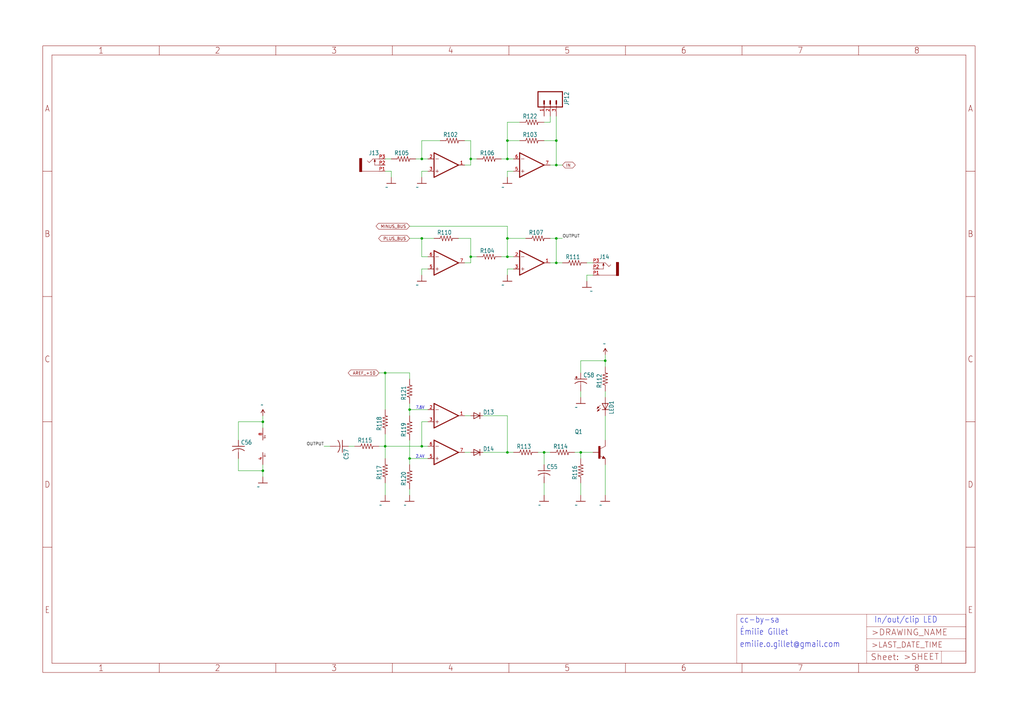
<source format=kicad_sch>
(kicad_sch (version 20211123) (generator eeschema)
  (paper "User" 425.45 299.161)
  (lib_symbols
    (symbol "shelves_v05-eagle-import:-NPN-SOT23-BEC"
      (property "Reference" "T" (at -10.16 7.62 0))
      (property "Value" "-NPN-SOT23-BEC" (at -10.16 5.08 0))
      (symbol "-NPN-SOT23-BEC_1_0"
        (rectangle (start -0.254 -2.54) (end 0.508 2.54) (fill (type outline)))
        (polyline (pts (xy 1.27 -2.54) (xy 1.778 -1.524)) (stroke (width 0.1524)))
        (polyline (pts (xy 1.524 -2.413) (xy 2.286 -2.413)) (stroke (width 0.254)))
        (polyline (pts (xy 1.524 -2.286) (xy 1.905 -2.286)) (stroke (width 0.254)))
        (polyline (pts (xy 1.54 -2.04) (xy 0.308 -1.424)) (stroke (width 0.1524)))
        (polyline (pts (xy 1.778 -1.778) (xy 1.524 -2.286)) (stroke (width 0.254)))
        (polyline (pts (xy 1.778 -1.524) (xy 2.54 -2.54)) (stroke (width 0.1524)))
        (polyline (pts (xy 1.905 -2.286) (xy 1.778 -2.032)) (stroke (width 0.254)))
        (polyline (pts (xy 2.286 -2.413) (xy 1.778 -1.778)) (stroke (width 0.254)))
        (polyline (pts (xy 2.54 -2.54) (xy 1.27 -2.54)) (stroke (width 0.1524)))
        (polyline (pts (xy 2.54 2.54) (xy 0.508 1.524)) (stroke (width 0.1524)))
        (pin passive line (at -2.54 0 0) (length 2.54) (name "B") (number "B"))
        (pin passive line (at 2.54 5.08 270) (length 2.54) (name "C") (number "C"))
        (pin passive line (at 2.54 -5.08 90) (length 2.54) (name "E") (number "E"))
      )
    )
    (symbol "shelves_v05-eagle-import:A3L-LOC"
      (symbol "A3L-LOC_0_0"
        (polyline (pts (xy 0 52.07) (xy 3.81 52.07)))
        (polyline (pts (xy 0 104.14) (xy 3.81 104.14)))
        (polyline (pts (xy 0 156.21) (xy 3.81 156.21)))
        (polyline (pts (xy 0 208.28) (xy 3.81 208.28)))
        (polyline (pts (xy 3.81 3.81) (xy 3.81 256.54)))
        (polyline (pts (xy 48.4188 0) (xy 48.4188 3.81)))
        (polyline (pts (xy 48.4188 256.54) (xy 48.4188 260.35)))
        (polyline (pts (xy 96.8375 0) (xy 96.8375 3.81)))
        (polyline (pts (xy 96.8375 256.54) (xy 96.8375 260.35)))
        (polyline (pts (xy 145.2563 0) (xy 145.2563 3.81)))
        (polyline (pts (xy 145.2563 256.54) (xy 145.2563 260.35)))
        (polyline (pts (xy 193.675 0) (xy 193.675 3.81)))
        (polyline (pts (xy 193.675 256.54) (xy 193.675 260.35)))
        (polyline (pts (xy 242.0938 0) (xy 242.0938 3.81)))
        (polyline (pts (xy 242.0938 256.54) (xy 242.0938 260.35)))
        (polyline (pts (xy 290.5125 0) (xy 290.5125 3.81)))
        (polyline (pts (xy 290.5125 256.54) (xy 290.5125 260.35)))
        (polyline (pts (xy 338.9313 0) (xy 338.9313 3.81)))
        (polyline (pts (xy 338.9313 256.54) (xy 338.9313 260.35)))
        (polyline (pts (xy 383.54 3.81) (xy 3.81 3.81)))
        (polyline (pts (xy 383.54 3.81) (xy 383.54 256.54)))
        (polyline (pts (xy 383.54 52.07) (xy 387.35 52.07)))
        (polyline (pts (xy 383.54 104.14) (xy 387.35 104.14)))
        (polyline (pts (xy 383.54 156.21) (xy 387.35 156.21)))
        (polyline (pts (xy 383.54 208.28) (xy 387.35 208.28)))
        (polyline (pts (xy 383.54 256.54) (xy 3.81 256.54)))
        (polyline (pts (xy 0 0) (xy 387.35 0) (xy 387.35 260.35) (xy 0 260.35) (xy 0 0)))
        (text "1" (at 24.2094 1.905 0) (effects (font (size 2.54 2.286))))
        (text "1" (at 24.2094 258.445 0) (effects (font (size 2.54 2.286))))
        (text "2" (at 72.6281 1.905 0) (effects (font (size 2.54 2.286))))
        (text "2" (at 72.6281 258.445 0) (effects (font (size 2.54 2.286))))
        (text "3" (at 121.0469 1.905 0) (effects (font (size 2.54 2.286))))
        (text "3" (at 121.0469 258.445 0) (effects (font (size 2.54 2.286))))
        (text "4" (at 169.4656 1.905 0) (effects (font (size 2.54 2.286))))
        (text "4" (at 169.4656 258.445 0) (effects (font (size 2.54 2.286))))
        (text "5" (at 217.8844 1.905 0) (effects (font (size 2.54 2.286))))
        (text "5" (at 217.8844 258.445 0) (effects (font (size 2.54 2.286))))
        (text "6" (at 266.3031 1.905 0) (effects (font (size 2.54 2.286))))
        (text "6" (at 266.3031 258.445 0) (effects (font (size 2.54 2.286))))
        (text "7" (at 314.7219 1.905 0) (effects (font (size 2.54 2.286))))
        (text "7" (at 314.7219 258.445 0) (effects (font (size 2.54 2.286))))
        (text "8" (at 363.1406 1.905 0) (effects (font (size 2.54 2.286))))
        (text "8" (at 363.1406 258.445 0) (effects (font (size 2.54 2.286))))
        (text "A" (at 1.905 234.315 0) (effects (font (size 2.54 2.286))))
        (text "A" (at 385.445 234.315 0) (effects (font (size 2.54 2.286))))
        (text "B" (at 1.905 182.245 0) (effects (font (size 2.54 2.286))))
        (text "B" (at 385.445 182.245 0) (effects (font (size 2.54 2.286))))
        (text "C" (at 1.905 130.175 0) (effects (font (size 2.54 2.286))))
        (text "C" (at 385.445 130.175 0) (effects (font (size 2.54 2.286))))
        (text "D" (at 1.905 78.105 0) (effects (font (size 2.54 2.286))))
        (text "D" (at 385.445 78.105 0) (effects (font (size 2.54 2.286))))
        (text "E" (at 1.905 26.035 0) (effects (font (size 2.54 2.286))))
        (text "E" (at 385.445 26.035 0) (effects (font (size 2.54 2.286))))
      )
      (symbol "A3L-LOC_1_0"
        (polyline (pts (xy 288.29 3.81) (xy 288.29 24.13)) (stroke (width 0.1016)))
        (polyline (pts (xy 288.29 3.81) (xy 342.265 3.81)) (stroke (width 0.1016)))
        (polyline (pts (xy 288.29 24.13) (xy 342.265 24.13)) (stroke (width 0.1016)))
        (polyline (pts (xy 342.265 3.81) (xy 373.38 3.81)) (stroke (width 0.1016)))
        (polyline (pts (xy 342.265 8.89) (xy 342.265 3.81)) (stroke (width 0.1016)))
        (polyline (pts (xy 342.265 8.89) (xy 342.265 13.97)) (stroke (width 0.1016)))
        (polyline (pts (xy 342.265 13.97) (xy 342.265 19.05)) (stroke (width 0.1016)))
        (polyline (pts (xy 342.265 13.97) (xy 383.54 13.97)) (stroke (width 0.1016)))
        (polyline (pts (xy 342.265 19.05) (xy 342.265 24.13)) (stroke (width 0.1016)))
        (polyline (pts (xy 342.265 19.05) (xy 383.54 19.05)) (stroke (width 0.1016)))
        (polyline (pts (xy 342.265 24.13) (xy 383.54 24.13)) (stroke (width 0.1016)))
        (polyline (pts (xy 373.38 3.81) (xy 373.38 8.89)) (stroke (width 0.1016)))
        (polyline (pts (xy 373.38 3.81) (xy 383.54 3.81)) (stroke (width 0.1016)))
        (polyline (pts (xy 373.38 8.89) (xy 342.265 8.89)) (stroke (width 0.1016)))
        (polyline (pts (xy 373.38 8.89) (xy 383.54 8.89)) (stroke (width 0.1016)))
        (polyline (pts (xy 383.54 3.81) (xy 383.54 8.89)) (stroke (width 0.1016)))
        (polyline (pts (xy 383.54 8.89) (xy 383.54 13.97)) (stroke (width 0.1016)))
        (polyline (pts (xy 383.54 13.97) (xy 383.54 19.05)) (stroke (width 0.1016)))
        (polyline (pts (xy 383.54 19.05) (xy 383.54 24.13)) (stroke (width 0.1016)))
        (text ">DRAWING_NAME" (at 344.17 15.24 0) (effects (font (size 2.54 2.54)) (justify left bottom)))
        (text ">LAST_DATE_TIME" (at 344.17 10.16 0) (effects (font (size 2.286 2.286)) (justify left bottom)))
        (text ">SHEET" (at 357.505 5.08 0) (effects (font (size 2.54 2.54)) (justify left bottom)))
        (text "Sheet:" (at 343.916 4.953 0) (effects (font (size 2.54 2.54)) (justify left bottom)))
      )
    )
    (symbol "shelves_v05-eagle-import:C-USC0603"
      (property "Reference" "C" (at 1.016 0.635 0))
      (property "Value" "C-USC0603" (at 1.016 -4.191 0))
      (symbol "C-USC0603_1_0"
        (arc (start 0 -1.0161) (mid -1.302 -1.2303) (end -2.4668 -1.8504) (stroke (width 0.254)))
        (polyline (pts (xy -2.54 0) (xy 2.54 0)) (stroke (width 0.254)))
        (polyline (pts (xy 0 -1.016) (xy 0 -2.54)) (stroke (width 0.1524)))
        (arc (start 2.4892 -1.8542) (mid 1.3158 -1.2195) (end 0 -1) (stroke (width 0.254)))
        (pin passive line (at 0 2.54 270) (length 2.54) (name "1") (number "1"))
        (pin passive line (at 0 -5.08 90) (length 2.54) (name "2") (number "2"))
      )
    )
    (symbol "shelves_v05-eagle-import:CPOL-USC"
      (property "Reference" "C" (at 1.016 0.635 0))
      (property "Value" "CPOL-USC" (at 1.016 -4.191 0))
      (symbol "CPOL-USC_1_0"
        (rectangle (start -2.253 0.668) (end -1.364 0.795) (fill (type outline)))
        (rectangle (start -1.872 0.287) (end -1.745 1.176) (fill (type outline)))
        (arc (start 0 -1.0161) (mid -1.3021 -1.2302) (end -2.4669 -1.8504) (stroke (width 0.254)))
        (polyline (pts (xy -2.54 0) (xy 2.54 0)) (stroke (width 0.254)))
        (polyline (pts (xy 0 -1.016) (xy 0 -2.54)) (stroke (width 0.1524)))
        (arc (start 2.4892 -1.8542) (mid 1.3158 -1.2195) (end 0 -1) (stroke (width 0.254)))
        (pin passive line (at 0 2.54 270) (length 2.54) (name "+") (number "+"))
        (pin passive line (at 0 -5.08 90) (length 2.54) (name "-") (number "-"))
      )
    )
    (symbol "shelves_v05-eagle-import:DIODE-SOD323-W"
      (property "Reference" "D" (at 2.54 0.4826 0))
      (property "Value" "DIODE-SOD323-W" (at 2.54 -2.3114 0))
      (symbol "DIODE-SOD323-W_1_0"
        (polyline (pts (xy -1.27 -1.27) (xy 1.27 0)) (stroke (width 0.254)))
        (polyline (pts (xy -1.27 1.27) (xy -1.27 -1.27)) (stroke (width 0.254)))
        (polyline (pts (xy 1.27 0) (xy -1.27 1.27)) (stroke (width 0.254)))
        (polyline (pts (xy 1.27 0) (xy 1.27 -1.27)) (stroke (width 0.254)))
        (polyline (pts (xy 1.27 1.27) (xy 1.27 0)) (stroke (width 0.254)))
        (pin passive line (at -2.54 0 0) (length 2.54) (name "A") (number "A"))
        (pin passive line (at 2.54 0 180) (length 2.54) (name "C") (number "C"))
      )
    )
    (symbol "shelves_v05-eagle-import:GND" (power)
      (property "Value" "GND" (at -2.54 -2.54 0))
      (symbol "GND_1_0"
        (polyline (pts (xy -1.905 0) (xy 1.905 0)) (stroke (width 0.254)))
        (pin power_in line (at 0 2.54 270) (length 2.54) (name "GND") (number "1"))
      )
    )
    (symbol "shelves_v05-eagle-import:LED3MM"
      (property "Reference" "LED" (at 3.556 -4.572 90))
      (property "Value" "LED3MM" (at 5.715 -4.572 90))
      (symbol "LED3MM_1_0"
        (polyline (pts (xy -2.032 -0.762) (xy -3.429 -2.159)) (stroke (width 0.1524)))
        (polyline (pts (xy -1.905 -1.905) (xy -3.302 -3.302)) (stroke (width 0.1524)))
        (polyline (pts (xy 0 -2.54) (xy -1.27 -2.54)) (stroke (width 0.254)))
        (polyline (pts (xy 0 -2.54) (xy -1.27 0)) (stroke (width 0.254)))
        (polyline (pts (xy 0 0) (xy -1.27 0)) (stroke (width 0.254)))
        (polyline (pts (xy 0 0) (xy 0 -2.54)) (stroke (width 0.1524)))
        (polyline (pts (xy 1.27 -2.54) (xy 0 -2.54)) (stroke (width 0.254)))
        (polyline (pts (xy 1.27 0) (xy 0 -2.54)) (stroke (width 0.254)))
        (polyline (pts (xy 1.27 0) (xy 0 0)) (stroke (width 0.254)))
        (polyline (pts (xy -3.429 -2.159) (xy -3.048 -1.27) (xy -2.54 -1.778)) (fill (type outline)))
        (polyline (pts (xy -3.302 -3.302) (xy -2.921 -2.413) (xy -2.413 -2.921)) (fill (type outline)))
        (pin passive line (at 0 2.54 270) (length 2.54) (name "A") (number "A"))
        (pin passive line (at 0 -5.08 90) (length 2.54) (name "C") (number "K"))
      )
    )
    (symbol "shelves_v05-eagle-import:M03PTH"
      (property "Reference" "JP" (at -2.54 5.842 0))
      (property "Value" "M03PTH" (at -2.54 -7.62 0))
      (symbol "M03PTH_1_0"
        (polyline (pts (xy -2.54 5.08) (xy -2.54 -5.08)) (stroke (width 0.4064)))
        (polyline (pts (xy -2.54 5.08) (xy 3.81 5.08)) (stroke (width 0.4064)))
        (polyline (pts (xy 1.27 -2.54) (xy 2.54 -2.54)) (stroke (width 0.6096)))
        (polyline (pts (xy 1.27 0) (xy 2.54 0)) (stroke (width 0.6096)))
        (polyline (pts (xy 1.27 2.54) (xy 2.54 2.54)) (stroke (width 0.6096)))
        (polyline (pts (xy 3.81 -5.08) (xy -2.54 -5.08)) (stroke (width 0.4064)))
        (polyline (pts (xy 3.81 -5.08) (xy 3.81 5.08)) (stroke (width 0.4064)))
        (pin passive line (at 7.62 -2.54 180) (length 5.08) (name "1") (number "1"))
        (pin passive line (at 7.62 0 180) (length 5.08) (name "2") (number "2"))
        (pin passive line (at 7.62 2.54 180) (length 5.08) (name "3") (number "3"))
      )
    )
    (symbol "shelves_v05-eagle-import:PJ301_THONKICONN6"
      (property "Reference" "J" (at -2.54 4.064 0))
      (symbol "PJ301_THONKICONN6_1_0"
        (polyline (pts (xy -2.54 -2.54) (xy 4.572 -2.54)) (stroke (width 0.1524)))
        (polyline (pts (xy -2.54 0) (xy -0.762 0)) (stroke (width 0.1524)))
        (polyline (pts (xy -2.54 2.54) (xy 0 2.54)) (stroke (width 0.1524)))
        (polyline (pts (xy -1.016 1.524) (xy -0.508 1.524)) (stroke (width 0.254)))
        (polyline (pts (xy -0.762 0) (xy -0.762 2.286)) (stroke (width 0.1524)))
        (polyline (pts (xy -0.762 2.286) (xy -1.016 1.524)) (stroke (width 0.254)))
        (polyline (pts (xy -0.508 1.524) (xy -0.762 2.286)) (stroke (width 0.254)))
        (polyline (pts (xy 0 2.54) (xy 1.524 1.016)) (stroke (width 0.1524)))
        (polyline (pts (xy 1.524 1.016) (xy 2.286 1.778)) (stroke (width 0.1524)))
        (rectangle (start 4.572 2.794) (end 5.588 -2.794) (fill (type outline)))
        (pin passive line (at -5.08 -2.54 0) (length 2.54) (name "1") (number "P1"))
        (pin passive line (at -5.08 0 0) (length 2.54) (name "2") (number "P2"))
        (pin passive line (at -5.08 2.54 0) (length 2.54) (name "3") (number "P3"))
      )
    )
    (symbol "shelves_v05-eagle-import:R-US_R0603"
      (property "Reference" "R" (at -3.81 1.4986 0))
      (property "Value" "R-US_R0603" (at -3.81 -3.302 0))
      (symbol "R-US_R0603_1_0"
        (polyline (pts (xy -2.54 0) (xy -2.159 1.016)) (stroke (width 0.2032)))
        (polyline (pts (xy -2.159 1.016) (xy -1.524 -1.016)) (stroke (width 0.2032)))
        (polyline (pts (xy -1.524 -1.016) (xy -0.889 1.016)) (stroke (width 0.2032)))
        (polyline (pts (xy -0.889 1.016) (xy -0.254 -1.016)) (stroke (width 0.2032)))
        (polyline (pts (xy -0.254 -1.016) (xy 0.381 1.016)) (stroke (width 0.2032)))
        (polyline (pts (xy 0.381 1.016) (xy 1.016 -1.016)) (stroke (width 0.2032)))
        (polyline (pts (xy 1.016 -1.016) (xy 1.651 1.016)) (stroke (width 0.2032)))
        (polyline (pts (xy 1.651 1.016) (xy 2.286 -1.016)) (stroke (width 0.2032)))
        (polyline (pts (xy 2.286 -1.016) (xy 2.54 0)) (stroke (width 0.2032)))
        (pin passive line (at -5.08 0 0) (length 2.54) (name "1") (number "1"))
        (pin passive line (at 5.08 0 180) (length 2.54) (name "2") (number "2"))
      )
    )
    (symbol "shelves_v05-eagle-import:TL072D"
      (symbol "TL072D_1_0"
        (polyline (pts (xy -5.08 -5.08) (xy 5.08 0)) (stroke (width 0.4064)))
        (polyline (pts (xy -5.08 5.08) (xy -5.08 -5.08)) (stroke (width 0.4064)))
        (polyline (pts (xy -4.445 -2.54) (xy -3.175 -2.54)) (stroke (width 0.1524)))
        (polyline (pts (xy -4.445 2.54) (xy -3.175 2.54)) (stroke (width 0.1524)))
        (polyline (pts (xy -3.81 3.175) (xy -3.81 1.905)) (stroke (width 0.1524)))
        (polyline (pts (xy 5.08 0) (xy -5.08 5.08)) (stroke (width 0.4064)))
        (pin output line (at 7.62 0 180) (length 2.54) (name "OUT") (number "1"))
        (pin input line (at -7.62 -2.54 0) (length 2.54) (name "-IN") (number "2"))
        (pin input line (at -7.62 2.54 0) (length 2.54) (name "+IN") (number "3"))
      )
      (symbol "TL072D_2_0"
        (polyline (pts (xy -5.08 -5.08) (xy 5.08 0)) (stroke (width 0.4064)))
        (polyline (pts (xy -5.08 5.08) (xy -5.08 -5.08)) (stroke (width 0.4064)))
        (polyline (pts (xy -4.445 -2.54) (xy -3.175 -2.54)) (stroke (width 0.1524)))
        (polyline (pts (xy -4.445 2.54) (xy -3.175 2.54)) (stroke (width 0.1524)))
        (polyline (pts (xy -3.81 3.175) (xy -3.81 1.905)) (stroke (width 0.1524)))
        (polyline (pts (xy 5.08 0) (xy -5.08 5.08)) (stroke (width 0.4064)))
        (pin input line (at -7.62 2.54 0) (length 2.54) (name "+IN") (number "5"))
        (pin input line (at -7.62 -2.54 0) (length 2.54) (name "-IN") (number "6"))
        (pin output line (at 7.62 0 180) (length 2.54) (name "OUT") (number "7"))
      )
      (symbol "TL072D_3_0"
        (text "V+" (at 1.27 3.175 900) (effects (font (size 0.8128 0.6908)) (justify left bottom)))
        (text "V-" (at 1.27 -4.445 900) (effects (font (size 0.8128 0.6908)) (justify left bottom)))
        (pin power_in line (at 0 -7.62 90) (length 5.08) (name "V-") (number "4"))
        (pin power_in line (at 0 7.62 270) (length 5.08) (name "V+") (number "8"))
      )
    )
    (symbol "shelves_v05-eagle-import:VCC" (power)
      (property "Value" "VCC" (at -1.016 3.556 0))
      (symbol "VCC_1_0"
        (polyline (pts (xy 0 2.54) (xy -0.762 1.27)) (stroke (width 0.254)))
        (polyline (pts (xy 0.762 1.27) (xy 0 2.54)) (stroke (width 0.254)))
        (pin power_in line (at 0 0 90) (length 2.54) (name "VCC") (number "1"))
      )
    )
  )
  (junction (at 109.22 175.26))
  (junction (at 210.82 187.96))
  (junction (at 160.02 154.94))
  (junction (at 231.14 58.42))
  (junction (at 241.3 187.96))
  (junction (at 195.58 106.68))
  (junction (at 109.22 195.58))
  (junction (at 170.18 190.5))
  (junction (at 231.14 109.22))
  (junction (at 231.14 68.58))
  (junction (at 160.02 185.42))
  (junction (at 226.06 187.96))
  (junction (at 175.26 185.42))
  (junction (at 170.18 170.18))
  (junction (at 195.58 66.04))
  (junction (at 210.82 58.42))
  (junction (at 175.26 99.06))
  (junction (at 175.26 66.04))
  (junction (at 210.82 99.06))
  (junction (at 231.14 99.06))
  (junction (at 210.82 66.04))
  (junction (at 251.46 149.86))
  (junction (at 210.82 106.68))
  (wire (pts (xy 175.26 175.26) (xy 175.26 185.42)))
  (wire (pts (xy 170.18 154.94) (xy 160.02 154.94)))
  (wire (pts (xy 170.18 182.88) (xy 170.18 190.5)))
  (wire (pts (xy 231.14 48.26) (xy 231.14 58.42)))
  (wire (pts (xy 109.22 175.26) (xy 109.22 177.8)))
  (wire (pts (xy 198.12 66.04) (xy 195.58 66.04)))
  (wire (pts (xy 175.26 58.42) (xy 182.88 58.42)))
  (wire (pts (xy 99.06 195.58) (xy 99.06 190.5)))
  (wire (pts (xy 175.26 99.06) (xy 170.18 99.06)))
  (wire (pts (xy 175.26 106.68) (xy 177.8 106.68)))
  (wire (pts (xy 175.26 66.04) (xy 177.8 66.04)))
  (wire (pts (xy 177.8 71.12) (xy 175.26 71.12)))
  (wire (pts (xy 99.06 175.26) (xy 109.22 175.26)))
  (wire (pts (xy 251.46 193.04) (xy 251.46 205.74)))
  (wire (pts (xy 195.58 68.58) (xy 193.04 68.58)))
  (wire (pts (xy 210.82 106.68) (xy 213.36 106.68)))
  (wire (pts (xy 160.02 185.42) (xy 160.02 190.5)))
  (wire (pts (xy 241.3 187.96) (xy 241.3 190.5)))
  (wire (pts (xy 109.22 175.26) (xy 109.22 172.72)))
  (wire (pts (xy 226.06 58.42) (xy 231.14 58.42)))
  (wire (pts (xy 208.28 106.68) (xy 210.82 106.68)))
  (wire (pts (xy 170.18 190.5) (xy 170.18 193.04)))
  (wire (pts (xy 226.06 50.8) (xy 228.6 50.8)))
  (wire (pts (xy 213.36 71.12) (xy 210.82 71.12)))
  (wire (pts (xy 157.48 185.42) (xy 160.02 185.42)))
  (wire (pts (xy 213.36 111.76) (xy 210.82 111.76)))
  (wire (pts (xy 175.26 106.68) (xy 175.26 99.06)))
  (wire (pts (xy 208.28 66.04) (xy 210.82 66.04)))
  (wire (pts (xy 210.82 66.04) (xy 213.36 66.04)))
  (wire (pts (xy 241.3 200.66) (xy 241.3 205.74)))
  (wire (pts (xy 243.84 114.3) (xy 243.84 116.84)))
  (wire (pts (xy 162.56 71.12) (xy 162.56 73.66)))
  (wire (pts (xy 193.04 172.72) (xy 195.58 172.72)))
  (wire (pts (xy 231.14 68.58) (xy 228.6 68.58)))
  (wire (pts (xy 210.82 93.98) (xy 170.18 93.98)))
  (wire (pts (xy 177.8 190.5) (xy 170.18 190.5)))
  (wire (pts (xy 251.46 152.4) (xy 251.46 149.86)))
  (wire (pts (xy 210.82 111.76) (xy 210.82 114.3)))
  (wire (pts (xy 177.8 170.18) (xy 170.18 170.18)))
  (wire (pts (xy 231.14 109.22) (xy 228.6 109.22)))
  (wire (pts (xy 231.14 68.58) (xy 233.68 68.58)))
  (wire (pts (xy 200.66 172.72) (xy 210.82 172.72)))
  (wire (pts (xy 241.3 149.86) (xy 251.46 149.86)))
  (wire (pts (xy 175.26 185.42) (xy 177.8 185.42)))
  (wire (pts (xy 177.8 175.26) (xy 175.26 175.26)))
  (wire (pts (xy 144.78 185.42) (xy 147.32 185.42)))
  (wire (pts (xy 177.8 111.76) (xy 175.26 111.76)))
  (wire (pts (xy 109.22 193.04) (xy 109.22 195.58)))
  (wire (pts (xy 175.26 71.12) (xy 175.26 73.66)))
  (wire (pts (xy 195.58 109.22) (xy 193.04 109.22)))
  (wire (pts (xy 210.82 99.06) (xy 210.82 93.98)))
  (wire (pts (xy 172.72 66.04) (xy 175.26 66.04)))
  (wire (pts (xy 241.3 154.94) (xy 241.3 149.86)))
  (wire (pts (xy 175.26 66.04) (xy 175.26 58.42)))
  (wire (pts (xy 99.06 182.88) (xy 99.06 175.26)))
  (wire (pts (xy 195.58 58.42) (xy 195.58 66.04)))
  (wire (pts (xy 210.82 172.72) (xy 210.82 187.96)))
  (wire (pts (xy 160.02 200.66) (xy 160.02 205.74)))
  (wire (pts (xy 195.58 99.06) (xy 195.58 106.68)))
  (wire (pts (xy 210.82 71.12) (xy 210.82 73.66)))
  (wire (pts (xy 170.18 167.64) (xy 170.18 170.18)))
  (wire (pts (xy 215.9 50.8) (xy 210.82 50.8)))
  (wire (pts (xy 241.3 187.96) (xy 246.38 187.96)))
  (wire (pts (xy 246.38 114.3) (xy 243.84 114.3)))
  (wire (pts (xy 160.02 66.04) (xy 162.56 66.04)))
  (wire (pts (xy 198.12 106.68) (xy 195.58 106.68)))
  (wire (pts (xy 195.58 106.68) (xy 195.58 109.22)))
  (wire (pts (xy 109.22 195.58) (xy 109.22 198.12)))
  (wire (pts (xy 210.82 187.96) (xy 200.66 187.96)))
  (wire (pts (xy 210.82 58.42) (xy 210.82 66.04)))
  (wire (pts (xy 223.52 187.96) (xy 226.06 187.96)))
  (wire (pts (xy 228.6 187.96) (xy 226.06 187.96)))
  (wire (pts (xy 193.04 58.42) (xy 195.58 58.42)))
  (wire (pts (xy 215.9 58.42) (xy 210.82 58.42)))
  (wire (pts (xy 210.82 187.96) (xy 213.36 187.96)))
  (wire (pts (xy 243.84 109.22) (xy 246.38 109.22)))
  (wire (pts (xy 190.5 99.06) (xy 195.58 99.06)))
  (wire (pts (xy 226.06 187.96) (xy 226.06 193.04)))
  (wire (pts (xy 170.18 205.74) (xy 170.18 203.2)))
  (wire (pts (xy 175.26 111.76) (xy 175.26 114.3)))
  (wire (pts (xy 170.18 170.18) (xy 170.18 172.72)))
  (wire (pts (xy 231.14 99.06) (xy 233.68 99.06)))
  (wire (pts (xy 210.82 50.8) (xy 210.82 58.42)))
  (wire (pts (xy 228.6 50.8) (xy 228.6 48.26)))
  (wire (pts (xy 137.16 185.42) (xy 134.62 185.42)))
  (wire (pts (xy 109.22 195.58) (xy 99.06 195.58)))
  (wire (pts (xy 231.14 109.22) (xy 233.68 109.22)))
  (wire (pts (xy 175.26 99.06) (xy 180.34 99.06)))
  (wire (pts (xy 160.02 71.12) (xy 162.56 71.12)))
  (wire (pts (xy 160.02 154.94) (xy 157.48 154.94)))
  (wire (pts (xy 228.6 99.06) (xy 231.14 99.06)))
  (wire (pts (xy 251.46 182.88) (xy 251.46 172.72)))
  (wire (pts (xy 251.46 165.1) (xy 251.46 162.56)))
  (wire (pts (xy 193.04 187.96) (xy 195.58 187.96)))
  (wire (pts (xy 231.14 58.42) (xy 231.14 68.58)))
  (wire (pts (xy 160.02 185.42) (xy 160.02 180.34)))
  (wire (pts (xy 238.76 187.96) (xy 241.3 187.96)))
  (wire (pts (xy 170.18 157.48) (xy 170.18 154.94)))
  (wire (pts (xy 218.44 99.06) (xy 210.82 99.06)))
  (wire (pts (xy 251.46 149.86) (xy 251.46 147.32)))
  (wire (pts (xy 160.02 170.18) (xy 160.02 154.94)))
  (wire (pts (xy 195.58 66.04) (xy 195.58 68.58)))
  (wire (pts (xy 210.82 99.06) (xy 210.82 106.68)))
  (wire (pts (xy 226.06 200.66) (xy 226.06 205.74)))
  (wire (pts (xy 160.02 185.42) (xy 175.26 185.42)))
  (wire (pts (xy 231.14 99.06) (xy 231.14 109.22)))
  (wire (pts (xy 241.3 162.56) (xy 241.3 165.1)))
  (text "emilie.o.gillet@gmail.com" (at 307.34 269.24 180) (effects (font (size 2.54 2.159)) (justify left bottom)))
  (text "cc-by-sa" (at 307.34 259.08 180) (effects (font (size 2.54 2.159)) (justify left bottom)))
  (text "7.6V" (at 172.72 170.18 180) (effects (font (size 1.27 1.0795)) (justify left bottom)))
  (text "2.4V" (at 172.72 190.5 180) (effects (font (size 1.27 1.0795)) (justify left bottom)))
  (text "In/out/clip LED" (at 363.22 259.08 180) (effects (font (size 2.54 2.159)) (justify left bottom)))
  (text "Émilie Gillet" (at 307.34 264.16 180) (effects (font (size 2.54 2.159)) (justify left bottom)))
  (label "OUTPUT" (at 233.68 99.06 0) (effects (font (size 1.2446 1.2446))))
  (label "OUTPUT" (at 134.62 185.42 180) (effects (font (size 1.2446 1.2446))))
  (global_label "PLUS_BUS" (shape bidirectional) (at 170.18 99.06 180) (effects (font (size 1.2446 1.2446))) (property "Intersheet References" "${INTERSHEET_REFS}" (effects hide)))
  (global_label "MINUS_BUS" (shape bidirectional) (at 170.18 93.98 180) (effects (font (size 1.2446 1.2446))) (property "Intersheet References" "${INTERSHEET_REFS}" (effects hide)))
  (global_label "IN" (shape bidirectional) (at 233.68 68.58 0) (effects (font (size 1.2446 1.2446))) (property "Intersheet References" "${INTERSHEET_REFS}" (effects hide)))
  (global_label "AREF_+10" (shape bidirectional) (at 157.48 154.94 180) (effects (font (size 1.2446 1.2446))) (property "Intersheet References" "${INTERSHEET_REFS}" (effects hide)))
  (symbol (lib_id "shelves_v05-eagle-import:TL072D") (at 109.22 185.42 0) (unit 3)
    (property "Reference" "IC14" (effects hide))
  )
  (symbol (lib_id "shelves_v05-eagle-import:R-US_R0603") (at 241.3 195.58 90) (unit 1)
    (property "Reference" "R116" (at 239.8014 199.39 0) (effects (font (size 1.778 1.5113)) (justify left bottom)))
  )
  (symbol (lib_id "shelves_v05-eagle-import:GND") (at 162.56 76.2 0) (unit 1)
    (property "Reference" "#GND1" (effects hide))
  )
  (symbol (lib_id "shelves_v05-eagle-import:R-US_R0603") (at 203.2 106.68 0) (unit 1)
    (property "Reference" "R104" (at 199.39 105.1814 0) (effects (font (size 1.778 1.5113)) (justify left bottom)))
  )
  (symbol (lib_id "shelves_v05-eagle-import:DIODE-SOD323-W") (at 198.12 172.72 0) (unit 1)
    (property "Reference" "D13" (at 200.66 172.2374 0) (effects (font (size 1.778 1.5113)) (justify left bottom)))
  )
  (symbol (lib_id "shelves_v05-eagle-import:GND") (at 210.82 76.2 0) (unit 1)
    (property "Reference" "#GND27" (effects hide))
  )
  (symbol (lib_id "shelves_v05-eagle-import:C-USC0603") (at 226.06 195.58 0) (unit 1)
    (property "Reference" "C55" (at 227.076 194.945 0) (effects (font (size 1.778 1.5113)) (justify left bottom)))
  )
  (symbol (lib_id "shelves_v05-eagle-import:A3L-LOC") (at 17.78 279.4 0) (unit 1)
    (property "Reference" "#FRAME5" (effects hide))
  )
  (symbol (lib_id "shelves_v05-eagle-import:TL072D") (at 185.42 187.96 0) (mirror x) (unit 2)
    (property "Reference" "IC14" (effects hide))
  )
  (symbol (lib_id "shelves_v05-eagle-import:C-USC0603") (at 142.24 185.42 270) (unit 1)
    (property "Reference" "C57" (at 142.875 186.436 0) (effects (font (size 1.778 1.5113)) (justify left bottom)))
  )
  (symbol (lib_id "shelves_v05-eagle-import:R-US_R0603") (at 187.96 58.42 0) (unit 1)
    (property "Reference" "R102" (at 184.15 56.9214 0) (effects (font (size 1.778 1.5113)) (justify left bottom)))
  )
  (symbol (lib_id "shelves_v05-eagle-import:C-USC0603") (at 99.06 185.42 0) (unit 1)
    (property "Reference" "C56" (at 100.076 184.785 0) (effects (font (size 1.778 1.5113)) (justify left bottom)))
  )
  (symbol (lib_id "shelves_v05-eagle-import:R-US_R0603") (at 251.46 157.48 90) (unit 1)
    (property "Reference" "R112" (at 249.9614 161.29 0) (effects (font (size 1.778 1.5113)) (justify left bottom)))
  )
  (symbol (lib_id "shelves_v05-eagle-import:GND") (at 175.26 116.84 0) (unit 1)
    (property "Reference" "#GND79" (effects hide))
  )
  (symbol (lib_id "shelves_v05-eagle-import:R-US_R0603") (at 160.02 175.26 90) (unit 1)
    (property "Reference" "R118" (at 158.5214 179.07 0) (effects (font (size 1.778 1.5113)) (justify left bottom)))
  )
  (symbol (lib_id "shelves_v05-eagle-import:R-US_R0603") (at 170.18 198.12 90) (unit 1)
    (property "Reference" "R120" (at 168.6814 201.93 0) (effects (font (size 1.778 1.5113)) (justify left bottom)))
  )
  (symbol (lib_id "shelves_v05-eagle-import:R-US_R0603") (at 218.44 187.96 0) (unit 1)
    (property "Reference" "R113" (at 214.63 186.4614 0) (effects (font (size 1.778 1.5113)) (justify left bottom)))
  )
  (symbol (lib_id "shelves_v05-eagle-import:R-US_R0603") (at 152.4 185.42 0) (unit 1)
    (property "Reference" "R115" (at 148.59 183.9214 0) (effects (font (size 1.778 1.5113)) (justify left bottom)))
  )
  (symbol (lib_id "shelves_v05-eagle-import:M03PTH") (at 228.6 40.64 270) (unit 1)
    (property "Reference" "JP12" (at 234.442 38.1 0) (effects (font (size 1.778 1.5113)) (justify left bottom)))
  )
  (symbol (lib_id "shelves_v05-eagle-import:GND") (at 109.22 200.66 0) (unit 1)
    (property "Reference" "#GND88" (effects hide))
  )
  (symbol (lib_id "shelves_v05-eagle-import:R-US_R0603") (at 170.18 177.8 90) (unit 1)
    (property "Reference" "R119" (at 168.6814 181.61 0) (effects (font (size 1.778 1.5113)) (justify left bottom)))
  )
  (symbol (lib_id "shelves_v05-eagle-import:R-US_R0603") (at 238.76 109.22 0) (unit 1)
    (property "Reference" "R111" (at 234.95 107.7214 0) (effects (font (size 1.778 1.5113)) (justify left bottom)))
  )
  (symbol (lib_id "shelves_v05-eagle-import:GND") (at 251.46 208.28 0) (unit 1)
    (property "Reference" "#GND87" (effects hide))
  )
  (symbol (lib_id "shelves_v05-eagle-import:R-US_R0603") (at 220.98 58.42 0) (unit 1)
    (property "Reference" "R103" (at 217.17 56.9214 0) (effects (font (size 1.778 1.5113)) (justify left bottom)))
  )
  (symbol (lib_id "shelves_v05-eagle-import:GND") (at 175.26 76.2 0) (unit 1)
    (property "Reference" "#GND2" (effects hide))
  )
  (symbol (lib_id "shelves_v05-eagle-import:TL072D") (at 185.42 68.58 0) (mirror x) (unit 1)
    (property "Reference" "IC12" (effects hide))
  )
  (symbol (lib_id "shelves_v05-eagle-import:R-US_R0603") (at 203.2 66.04 0) (unit 1)
    (property "Reference" "R106" (at 199.39 64.5414 0) (effects (font (size 1.778 1.5113)) (justify left bottom)))
  )
  (symbol (lib_id "shelves_v05-eagle-import:LED3MM") (at 251.46 167.64 0) (unit 1)
    (property "Reference" "LED1" (at 255.016 172.212 90) (effects (font (size 1.778 1.5113)) (justify left bottom)))
  )
  (symbol (lib_id "shelves_v05-eagle-import:PJ301_THONKICONN6") (at 251.46 111.76 0) (unit 1)
    (property "Reference" "J14" (at 248.92 107.696 0) (effects (font (size 1.778 1.5113)) (justify left bottom)))
  )
  (symbol (lib_id "shelves_v05-eagle-import:R-US_R0603") (at 220.98 50.8 0) (unit 1)
    (property "Reference" "R122" (at 217.17 49.3014 0) (effects (font (size 1.778 1.5113)) (justify left bottom)))
  )
  (symbol (lib_id "shelves_v05-eagle-import:R-US_R0603") (at 185.42 99.06 0) (unit 1)
    (property "Reference" "R110" (at 181.61 97.5614 0) (effects (font (size 1.778 1.5113)) (justify left bottom)))
  )
  (symbol (lib_id "shelves_v05-eagle-import:GND") (at 241.3 167.64 0) (unit 1)
    (property "Reference" "#GND89" (effects hide))
  )
  (symbol (lib_id "shelves_v05-eagle-import:R-US_R0603") (at 233.68 187.96 0) (unit 1)
    (property "Reference" "R114" (at 229.87 186.4614 0) (effects (font (size 1.778 1.5113)) (justify left bottom)))
  )
  (symbol (lib_id "shelves_v05-eagle-import:CPOL-USC") (at 241.3 157.48 0) (unit 1)
    (property "Reference" "C58" (at 242.316 156.845 0) (effects (font (size 1.778 1.5113)) (justify left bottom)))
  )
  (symbol (lib_id "shelves_v05-eagle-import:TL072D") (at 185.42 172.72 0) (mirror x) (unit 1)
    (property "Reference" "IC14" (effects hide))
  )
  (symbol (lib_id "shelves_v05-eagle-import:-NPN-SOT23-BEC") (at 248.92 187.96 0) (unit 1)
    (property "Reference" "Q1" (at 238.76 180.34 0) (effects (font (size 1.778 1.5113)) (justify left bottom)))
  )
  (symbol (lib_id "shelves_v05-eagle-import:TL072D") (at 220.98 109.22 0) (mirror x) (unit 1)
    (property "Reference" "IC13" (effects hide))
  )
  (symbol (lib_id "shelves_v05-eagle-import:VCC") (at 251.46 147.32 0) (unit 1)
    (property "Reference" "#P+7" (effects hide))
  )
  (symbol (lib_id "shelves_v05-eagle-import:GND") (at 226.06 208.28 0) (unit 1)
    (property "Reference" "#GND85" (effects hide))
  )
  (symbol (lib_id "shelves_v05-eagle-import:GND") (at 160.02 208.28 0) (unit 1)
    (property "Reference" "#GND83" (effects hide))
  )
  (symbol (lib_id "shelves_v05-eagle-import:R-US_R0603") (at 223.52 99.06 0) (unit 1)
    (property "Reference" "R107" (at 219.71 97.5614 0) (effects (font (size 1.778 1.5113)) (justify left bottom)))
  )
  (symbol (lib_id "shelves_v05-eagle-import:GND") (at 241.3 208.28 0) (unit 1)
    (property "Reference" "#GND86" (effects hide))
  )
  (symbol (lib_id "shelves_v05-eagle-import:TL072D") (at 185.42 109.22 0) (mirror x) (unit 2)
    (property "Reference" "IC13" (effects hide))
  )
  (symbol (lib_id "shelves_v05-eagle-import:PJ301_THONKICONN6") (at 154.94 68.58 0) (mirror y) (unit 1)
    (property "Reference" "J13" (at 157.48 64.516 0) (effects (font (size 1.778 1.5113)) (justify left bottom)))
  )
  (symbol (lib_id "shelves_v05-eagle-import:GND") (at 243.84 119.38 0) (mirror y) (unit 1)
    (property "Reference" "#GND78" (effects hide))
  )
  (symbol (lib_id "shelves_v05-eagle-import:R-US_R0603") (at 160.02 195.58 90) (unit 1)
    (property "Reference" "R117" (at 158.5214 199.39 0) (effects (font (size 1.778 1.5113)) (justify left bottom)))
  )
  (symbol (lib_id "shelves_v05-eagle-import:VCC") (at 109.22 172.72 0) (unit 1)
    (property "Reference" "#P+8" (effects hide))
  )
  (symbol (lib_id "shelves_v05-eagle-import:TL072D") (at 220.98 68.58 0) (mirror x) (unit 2)
    (property "Reference" "IC12" (effects hide))
  )
  (symbol (lib_id "shelves_v05-eagle-import:GND") (at 170.18 208.28 0) (unit 1)
    (property "Reference" "#GND84" (effects hide))
  )
  (symbol (lib_id "shelves_v05-eagle-import:R-US_R0603") (at 170.18 162.56 90) (unit 1)
    (property "Reference" "R121" (at 168.6814 166.37 0) (effects (font (size 1.778 1.5113)) (justify left bottom)))
  )
  (symbol (lib_id "shelves_v05-eagle-import:R-US_R0603") (at 167.64 66.04 0) (unit 1)
    (property "Reference" "R105" (at 163.83 64.5414 0) (effects (font (size 1.778 1.5113)) (justify left bottom)))
  )
  (symbol (lib_id "shelves_v05-eagle-import:DIODE-SOD323-W") (at 198.12 187.96 0) (unit 1)
    (property "Reference" "D14" (at 200.66 187.4774 0) (effects (font (size 1.778 1.5113)) (justify left bottom)))
  )
  (symbol (lib_id "shelves_v05-eagle-import:GND") (at 210.82 116.84 0) (unit 1)
    (property "Reference" "#GND80" (effects hide))
  )
)
</source>
